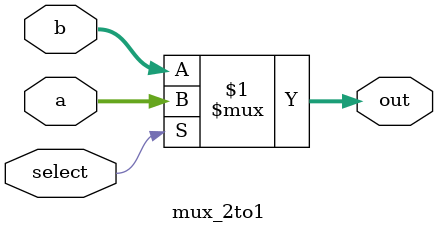
<source format=v>
`timescale 1ns / 1ps


module mux_2to1(
    input [7:0] a,
    input [7:0] b,
    input select,
    output [7:0] out
    );

assign out = select ? a:b;

endmodule

</source>
